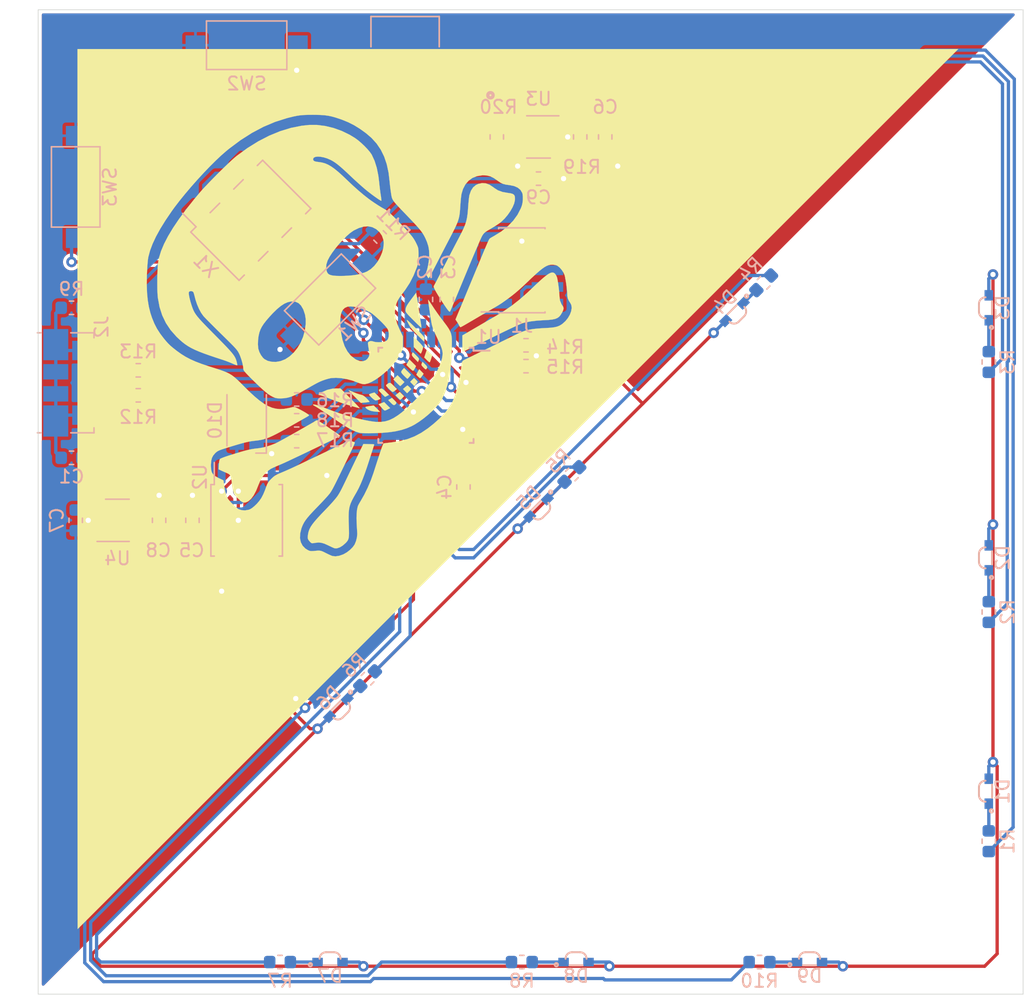
<source format=kicad_pcb>
(kicad_pcb (version 20171130) (host pcbnew "(5.1.4)-1")
  (layers (0 F.Cu signal) (31 B.Cu signal) (34 B.Paste user) (35 F.Paste user) (36 B.SilkS user) (37 F.SilkS user) (38 B.Mask user) (39 F.Mask user) (44 Edge.Cuts user))
  (net 0 "")
  (net 1 GND)
  (net 2 "Net-(C1-Pad1)")
  (net 3 "Net-(C2-Pad1)")
  (net 4 +3V3)
  (net 5 /SPEAKER)
  (net 6 "Net-(C6-Pad1)")
  (net 7 /VBUS)
  (net 8 "Net-(D1-Pad1)")
  (net 9 "Net-(D2-Pad1)")
  (net 10 "Net-(D3-Pad1)")
  (net 11 "Net-(D4-Pad1)")
  (net 12 "Net-(D5-Pad1)")
  (net 13 "Net-(D6-Pad1)")
  (net 14 "Net-(D7-Pad1)")
  (net 15 "Net-(D8-Pad1)")
  (net 16 "Net-(D9-Pad1)")
  (net 17 "Net-(D10-Pad3)")
  (net 18 "Net-(D10-Pad2)")
  (net 19 "Net-(D10-Pad1)")
  (net 20 /~RESET)
  (net 21 /SWCLK)
  (net 22 /SWDIO)
  (net 23 "Net-(J2-Pad3)")
  (net 24 "Net-(J2-Pad2)")
  (net 25 /LEDA)
  (net 26 /LEDB)
  (net 27 /LEDC)
  (net 28 /LEDD)
  (net 29 /LEDE)
  (net 30 /LEDF)
  (net 31 /LEDG)
  (net 32 /LEDH)
  (net 33 /LEDI)
  (net 34 "Net-(R12-Pad1)")
  (net 35 "Net-(R13-Pad1)")
  (net 36 /BUTTON1)
  (net 37 /BUTTON2)
  (net 38 /STATUS_G)
  (net 39 /STATUS_R)
  (net 40 /STATUS_B)
  (net 41 "Net-(R19-Pad2)")
  (net 42 /SPEAKER_SD)
  (net 43 /FLASH_MISO)
  (net 44 /FLASH_CLK)
  (net 45 /FLASH_MOSI)
  (net 46 /FLASH_CS)
  (net 47 /SCL)
  (net 48 /SDA)
  (net 49 "Net-(LS1-Pad2)")
  (net 50 "Net-(LS1-Pad1)")
  (module SMT-1127-S-R:XDCR_SMT-1127-S-R (layer B.Cu) (at 123.19 56.515 180)
    (fp_text reference LS1 hide)
    (fp_text value SMT-1127-S-R hide)
    (pad 2 smd rect (at 4.15 0 90) (size 2.41 2.71) (layers B.Cu B.Paste B.Mask) (net 49 "Net-(LS1-Pad2)"))
    (pad 1 smd rect (at -4.15 0 90) (size 2.41 2.71) (layers B.Cu B.Paste B.Mask) (net 50 "Net-(LS1-Pad1)"))
  )
  (module artwork:danger-inv (layer F.Cu) (at 132.75 87.5)
    (fp_text reference G*** hide)
    (fp_text value LOGO hide)
  )
  (module artwork:danger-mask (layer F.Cu) (at 132.75 87.5)
    (fp_text reference G*** hide)
    (fp_text value LOGO hide)
  )
  (module Capacitor_SMD:C_0603_1608Metric (layer B.Cu) (at 133.35 62.865)
    (fp_text reference C9 (at 0 1.43) (layer B.SilkS) (effects (justify mirror)))
    (fp_text value 1u)
    (pad 2 smd roundrect (at 0.7875 0) (size 0.875 0.95) (layers B.Cu B.Paste B.Mask) (net 1 GND))
    (pad 1 smd roundrect (at -0.7875 0) (size 0.875 0.95) (layers B.Cu B.Paste B.Mask) (net 4 +3V3))
  )
  (module Connector_PinHeader_2.54mm:PinHeader_2x03_P2.54mm_Vertical_SMD (layer B.Cu) (at 111.4425 66.04 315)
    (fp_text reference X1 (at 0 4.87 315) (layer B.SilkS) (effects (justify mirror)))
    (fp_text value Badgelife_sao_connector_v169bis)
    (pad 6 smd rect (at 2.525 -2.54 315) (size 3.15 1) (layers B.Cu B.Paste B.Mask))
    (pad 5 smd rect (at -2.525 -2.54 315) (size 3.15 1) (layers B.Cu B.Paste B.Mask))
    (pad 4 smd rect (at 2.525 0 315) (size 3.15 1) (layers B.Cu B.Paste B.Mask) (net 47 /SCL))
    (pad 3 smd rect (at -2.525 0 315) (size 3.15 1) (layers B.Cu B.Paste B.Mask) (net 48 /SDA))
    (pad 2 smd rect (at 2.525 2.54 315) (size 3.15 1) (layers B.Cu B.Paste B.Mask) (net 1 GND))
    (pad 1 smd rect (at -2.525 2.54 315) (size 3.15 1) (layers B.Cu B.Paste B.Mask) (net 4 +3V3))
  )
  (module Package_TO_SOT_SMD:SOT-23-5 (layer B.Cu) (at 101.2825 88.9)
    (fp_text reference U4 (at 0 2.9) (layer B.SilkS) (effects (justify mirror)))
    (fp_text value MIC5504-3.3YM5)
    (pad 5 smd rect (at 1.1 0.95) (size 1.06 0.65) (layers B.Cu B.Paste B.Mask) (net 4 +3V3))
    (pad 4 smd rect (at 1.1 -0.95) (size 1.06 0.65) (layers B.Cu B.Paste B.Mask))
    (pad 3 smd rect (at -1.1 -0.95) (size 1.06 0.65) (layers B.Cu B.Paste B.Mask) (net 7 /VBUS))
    (pad 2 smd rect (at -1.1 0) (size 1.06 0.65) (layers B.Cu B.Paste B.Mask) (net 1 GND))
    (pad 1 smd rect (at -1.1 0.95) (size 1.06 0.65) (layers B.Cu B.Paste B.Mask) (net 7 /VBUS))
  )
  (module Package_TO_SOT_SMD:SOT-23-6 (layer B.Cu) (at 133.35 59.69 180)
    (fp_text reference U3 (at 0 2.9) (layer B.SilkS) (effects (justify mirror)))
    (fp_text value PAM8301)
    (pad 5 smd rect (at 1.1 0 180) (size 1.06 0.65) (layers B.Cu B.Paste B.Mask) (net 4 +3V3))
    (pad 6 smd rect (at 1.1 0.95 180) (size 1.06 0.65) (layers B.Cu B.Paste B.Mask) (net 50 "Net-(LS1-Pad1)"))
    (pad 4 smd rect (at 1.1 -0.95 180) (size 1.06 0.65) (layers B.Cu B.Paste B.Mask) (net 42 /SPEAKER_SD))
    (pad 3 smd rect (at -1.1 -0.95 180) (size 1.06 0.65) (layers B.Cu B.Paste B.Mask) (net 41 "Net-(R19-Pad2)"))
    (pad 2 smd rect (at -1.1 0 180) (size 1.06 0.65) (layers B.Cu B.Paste B.Mask) (net 1 GND))
    (pad 1 smd rect (at -1.1 0.95 180) (size 1.06 0.65) (layers B.Cu B.Paste B.Mask) (net 49 "Net-(LS1-Pad2)"))
  )
  (module Package_SO:SOIC-8_5.23x5.23mm_P1.27mm (layer B.Cu) (at 111.125 88.9 270)
    (fp_text reference U2 (at -3.302 3.56 90) (layer B.SilkS) (effects (justify mirror)))
    (fp_text value W25Q32JVSS)
    (pad 8 smd roundrect (at 3.6 1.905 270) (size 1.6 0.6) (layers B.Cu B.Paste B.Mask) (net 4 +3V3))
    (pad 7 smd roundrect (at 3.6 0.635 270) (size 1.6 0.6) (layers B.Cu B.Paste B.Mask) (net 4 +3V3))
    (pad 6 smd roundrect (at 3.6 -0.635 270) (size 1.6 0.6) (layers B.Cu B.Paste B.Mask) (net 44 /FLASH_CLK))
    (pad 5 smd roundrect (at 3.6 -1.905 270) (size 1.6 0.6) (layers B.Cu B.Paste B.Mask) (net 45 /FLASH_MOSI))
    (pad 4 smd roundrect (at -3.6 -1.905 270) (size 1.6 0.6) (layers B.Cu B.Paste B.Mask) (net 1 GND))
    (pad 3 smd roundrect (at -3.6 -0.635 270) (size 1.6 0.6) (layers B.Cu B.Paste B.Mask) (net 4 +3V3))
    (pad 2 smd roundrect (at -3.6 0.635 270) (size 1.6 0.6) (layers B.Cu B.Paste B.Mask) (net 43 /FLASH_MISO))
    (pad 1 smd roundrect (at -3.6 1.905 270) (size 1.6 0.6) (layers B.Cu B.Paste B.Mask) (net 46 /FLASH_CS))
  )
  (module Housings_QFP:LQFP-32_7x7mm_Pitch0.8mm (layer B.Cu) (at 124.7775 79.375 180)
    (fp_text reference U1 (at -4.7625 4.445) (layer B.SilkS) (effects (justify mirror)))
    (fp_text value ATSAMD21E1xA)
    (pad 32 smd rect (at -2.8 4.25 90) (size 1.2 0.6) (layers B.Cu B.Paste B.Mask) (net 22 /SWDIO))
    (pad 31 smd rect (at -2 4.25 90) (size 1.2 0.6) (layers B.Cu B.Paste B.Mask) (net 21 /SWCLK))
    (pad 30 smd rect (at -1.2 4.25 90) (size 1.2 0.6) (layers B.Cu B.Paste B.Mask) (net 4 +3V3))
    (pad 29 smd rect (at -0.4 4.25 90) (size 1.2 0.6) (layers B.Cu B.Paste B.Mask) (net 3 "Net-(C2-Pad1)"))
    (pad 28 smd rect (at 0.4 4.25 90) (size 1.2 0.6) (layers B.Cu B.Paste B.Mask) (net 1 GND))
    (pad 27 smd rect (at 1.2 4.25 90) (size 1.2 0.6) (layers B.Cu B.Paste B.Mask) (net 33 /LEDI))
    (pad 26 smd rect (at 2 4.25 90) (size 1.2 0.6) (layers B.Cu B.Paste B.Mask) (net 20 /~RESET))
    (pad 25 smd rect (at 2.8 4.25 90) (size 1.2 0.6) (layers B.Cu B.Paste B.Mask) (net 32 /LEDH))
    (pad 24 smd rect (at 4.25 2.8 180) (size 1.2 0.6) (layers B.Cu B.Paste B.Mask) (net 35 "Net-(R13-Pad1)"))
    (pad 23 smd rect (at 4.25 2 180) (size 1.2 0.6) (layers B.Cu B.Paste B.Mask) (net 34 "Net-(R12-Pad1)"))
    (pad 22 smd rect (at 4.25 1.2 180) (size 1.2 0.6) (layers B.Cu B.Paste B.Mask) (net 38 /STATUS_G))
    (pad 21 smd rect (at 4.25 0.4 180) (size 1.2 0.6) (layers B.Cu B.Paste B.Mask) (net 40 /STATUS_B))
    (pad 20 smd rect (at 4.25 -0.4 180) (size 1.2 0.6) (layers B.Cu B.Paste B.Mask) (net 39 /STATUS_R))
    (pad 19 smd rect (at 4.25 -1.2 180) (size 1.2 0.6) (layers B.Cu B.Paste B.Mask) (net 43 /FLASH_MISO))
    (pad 18 smd rect (at 4.25 -2 180) (size 1.2 0.6) (layers B.Cu B.Paste B.Mask) (net 44 /FLASH_CLK))
    (pad 17 smd rect (at 4.25 -2.8 180) (size 1.2 0.6) (layers B.Cu B.Paste B.Mask) (net 45 /FLASH_MOSI))
    (pad 16 smd rect (at 2.8 -4.25 90) (size 1.2 0.6) (layers B.Cu B.Paste B.Mask) (net 46 /FLASH_CS))
    (pad 15 smd rect (at 2 -4.25 90) (size 1.2 0.6) (layers B.Cu B.Paste B.Mask) (net 31 /LEDG))
    (pad 14 smd rect (at 1.2 -4.25 90) (size 1.2 0.6) (layers B.Cu B.Paste B.Mask) (net 30 /LEDF))
    (pad 13 smd rect (at 0.4 -4.25 90) (size 1.2 0.6) (layers B.Cu B.Paste B.Mask) (net 29 /LEDE))
    (pad 12 smd rect (at -0.4 -4.25 90) (size 1.2 0.6) (layers B.Cu B.Paste B.Mask) (net 28 /LEDD))
    (pad 11 smd rect (at -1.2 -4.25 90) (size 1.2 0.6) (layers B.Cu B.Paste B.Mask) (net 27 /LEDC))
    (pad 10 smd rect (at -2 -4.25 90) (size 1.2 0.6) (layers B.Cu B.Paste B.Mask) (net 1 GND))
    (pad 9 smd rect (at -2.8 -4.25 90) (size 1.2 0.6) (layers B.Cu B.Paste B.Mask) (net 4 +3V3))
    (pad 8 smd rect (at -4.25 -2.8 180) (size 1.2 0.6) (layers B.Cu B.Paste B.Mask) (net 26 /LEDB))
    (pad 7 smd rect (at -4.25 -2 180) (size 1.2 0.6) (layers B.Cu B.Paste B.Mask) (net 25 /LEDA))
    (pad 6 smd rect (at -4.25 -1.2 180) (size 1.2 0.6) (layers B.Cu B.Paste B.Mask) (net 47 /SCL))
    (pad 5 smd rect (at -4.25 -0.4 180) (size 1.2 0.6) (layers B.Cu B.Paste B.Mask) (net 48 /SDA))
    (pad 4 smd rect (at -4.25 0.4 180) (size 1.2 0.6) (layers B.Cu B.Paste B.Mask) (net 42 /SPEAKER_SD))
    (pad 3 smd rect (at -4.25 1.2 180) (size 1.2 0.6) (layers B.Cu B.Paste B.Mask) (net 5 /SPEAKER))
    (pad 2 smd rect (at -4.25 2 180) (size 1.2 0.6) (layers B.Cu B.Paste B.Mask) (net 37 /BUTTON2))
    (pad 1 smd rect (at -4.25 2.8 180) (size 1.2 0.6) (layers B.Cu B.Paste B.Mask) (net 36 /BUTTON1))
  )
  (module Button_Switch_SMD:SW_SPST_CK_RS282G05A3 (layer B.Cu) (at 98.1075 63.5 90)
    (fp_text reference SW3 (at 0 2.6 90) (layer B.SilkS) (effects (justify mirror)))
    (fp_text value SW_Push)
    (pad 2 smd rect (at 3.9 0 90) (size 1.5 1.5) (layers B.Cu B.Paste B.Mask) (net 1 GND))
    (pad 1 smd rect (at -3.9 0 90) (size 1.5 1.5) (layers B.Cu B.Paste B.Mask) (net 37 /BUTTON2))
  )
  (module Button_Switch_SMD:SW_SPST_CK_RS282G05A3 (layer B.Cu) (at 111.125 52.705 180)
    (fp_text reference SW2 (at 0 -2.921) (layer B.SilkS) (effects (justify mirror)))
    (fp_text value SW_Push)
    (pad 2 smd rect (at 3.9 0 180) (size 1.5 1.5) (layers B.Cu B.Paste B.Mask) (net 1 GND))
    (pad 1 smd rect (at -3.9 0 180) (size 1.5 1.5) (layers B.Cu B.Paste B.Mask) (net 36 /BUTTON1))
  )
  (module Button_Switch_SMD:SW_SPST_CK_RS282G05A3 (layer B.Cu) (at 117.475 72.0725 45)
    (fp_text reference SW1 (at 0 2.600001 225) (layer B.SilkS) (effects (justify mirror)))
    (fp_text value SW_Push)
    (pad 2 smd rect (at 3.9 0 45) (size 1.5 1.5) (layers B.Cu B.Paste B.Mask) (net 20 /~RESET))
    (pad 1 smd rect (at -3.9 0 45) (size 1.5 1.5) (layers B.Cu B.Paste B.Mask) (net 1 GND))
  )
  (module Resistor_SMD:R_0603_1608Metric (layer B.Cu) (at 130.175 59.69 90)
    (fp_text reference R20 (at 2.286 0.127 180) (layer B.SilkS) (effects (justify mirror)))
    (fp_text value 10K)
    (pad 2 smd roundrect (at 0.7875 0 90) (size 0.875 0.95) (layers B.Cu B.Paste B.Mask) (net 4 +3V3))
    (pad 1 smd roundrect (at -0.7875 0 90) (size 0.875 0.95) (layers B.Cu B.Paste B.Mask) (net 42 /SPEAKER_SD))
  )
  (module Resistor_SMD:R_0603_1608Metric (layer B.Cu) (at 136.525 59.69 270)
    (fp_text reference R19 (at 2.286 -0.127 180) (layer B.SilkS) (effects (justify mirror)))
    (fp_text value 17K)
    (pad 2 smd roundrect (at 0.7875 0 270) (size 0.875 0.95) (layers B.Cu B.Paste B.Mask) (net 41 "Net-(R19-Pad2)"))
    (pad 1 smd roundrect (at -0.7875 0 270) (size 0.875 0.95) (layers B.Cu B.Paste B.Mask) (net 6 "Net-(C6-Pad1)"))
  )
  (module Resistor_SMD:R_0603_1608Metric (layer B.Cu) (at 114.935 81.28)
    (fp_text reference R18 (at 2.921 0) (layer B.SilkS) (effects (justify mirror)))
    (fp_text value 150)
    (pad 2 smd roundrect (at 0.7875 0) (size 0.875 0.95) (layers B.Cu B.Paste B.Mask) (net 40 /STATUS_B))
    (pad 1 smd roundrect (at -0.7875 0) (size 0.875 0.95) (layers B.Cu B.Paste B.Mask) (net 17 "Net-(D10-Pad3)"))
  )
  (module Resistor_SMD:R_0603_1608Metric (layer B.Cu) (at 114.935 82.8675)
    (fp_text reference R17 (at 2.921 -0.0635) (layer B.SilkS) (effects (justify mirror)))
    (fp_text value 150)
    (pad 2 smd roundrect (at 0.7875 0) (size 0.875 0.95) (layers B.Cu B.Paste B.Mask) (net 39 /STATUS_R))
    (pad 1 smd roundrect (at -0.7875 0) (size 0.875 0.95) (layers B.Cu B.Paste B.Mask) (net 19 "Net-(D10-Pad1)"))
  )
  (module Resistor_SMD:R_0603_1608Metric (layer B.Cu) (at 114.935 79.6925)
    (fp_text reference R16 (at 2.921 0.0635) (layer B.SilkS) (effects (justify mirror)))
    (fp_text value 150)
    (pad 2 smd roundrect (at 0.7875 0) (size 0.875 0.95) (layers B.Cu B.Paste B.Mask) (net 38 /STATUS_G))
    (pad 1 smd roundrect (at -0.7875 0) (size 0.875 0.95) (layers B.Cu B.Paste B.Mask) (net 18 "Net-(D10-Pad2)"))
  )
  (module Resistor_SMD:R_0603_1608Metric (layer B.Cu) (at 132.3975 77.1525 180)
    (fp_text reference R15 (at -2.9845 -0.0635) (layer B.SilkS) (effects (justify mirror)))
    (fp_text value 10K)
    (pad 2 smd roundrect (at 0.7875 0 180) (size 0.875 0.95) (layers B.Cu B.Paste B.Mask) (net 37 /BUTTON2))
    (pad 1 smd roundrect (at -0.7875 0 180) (size 0.875 0.95) (layers B.Cu B.Paste B.Mask) (net 4 +3V3))
  )
  (module Resistor_SMD:R_0603_1608Metric (layer B.Cu) (at 132.3975 75.565 180)
    (fp_text reference R14 (at -2.9845 -0.127) (layer B.SilkS) (effects (justify mirror)))
    (fp_text value 10K)
    (pad 2 smd roundrect (at 0.7875 0 180) (size 0.875 0.95) (layers B.Cu B.Paste B.Mask) (net 36 /BUTTON1))
    (pad 1 smd roundrect (at -0.7875 0 180) (size 0.875 0.95) (layers B.Cu B.Paste B.Mask) (net 4 +3V3))
  )
  (module Resistor_SMD:R_0603_1608Metric (layer B.Cu) (at 102.87 77.47 180)
    (fp_text reference R13 (at 0 1.43) (layer B.SilkS) (effects (justify mirror)))
    (fp_text value 22)
    (pad 2 smd roundrect (at 0.7875 0 180) (size 0.875 0.95) (layers B.Cu B.Paste B.Mask) (net 23 "Net-(J2-Pad3)"))
    (pad 1 smd roundrect (at -0.7875 0 180) (size 0.875 0.95) (layers B.Cu B.Paste B.Mask) (net 35 "Net-(R13-Pad1)"))
  )
  (module Resistor_SMD:R_0603_1608Metric (layer B.Cu) (at 102.87 79.375 180)
    (fp_text reference R12 (at 0 -1.651) (layer B.SilkS) (effects (justify mirror)))
    (fp_text value 22)
    (pad 2 smd roundrect (at 0.7875 0 180) (size 0.875 0.95) (layers B.Cu B.Paste B.Mask) (net 24 "Net-(J2-Pad2)"))
    (pad 1 smd roundrect (at -0.7875 0 180) (size 0.875 0.95) (layers B.Cu B.Paste B.Mask) (net 34 "Net-(R12-Pad1)"))
  )
  (module Resistor_SMD:R_0603_1608Metric (layer B.Cu) (at 121.285 67.31 135)
    (fp_text reference R11 (at 0 1.43 135) (layer B.SilkS) (effects (justify mirror)))
    (fp_text value 10K)
    (pad 2 smd roundrect (at 0.7875 0 135) (size 0.875 0.95) (layers B.Cu B.Paste B.Mask) (net 4 +3V3))
    (pad 1 smd roundrect (at -0.7875 0 135) (size 0.875 0.95) (layers B.Cu B.Paste B.Mask) (net 20 /~RESET))
  )
  (module Resistor_SMD:R_0603_1608Metric (layer B.Cu) (at 150.1775 122.555)
    (fp_text reference R10 (at 0 1.43) (layer B.SilkS) (effects (justify mirror)))
    (fp_text value 150)
    (pad 2 smd roundrect (at 0.7875 0) (size 0.875 0.95) (layers B.Cu B.Paste B.Mask) (net 16 "Net-(D9-Pad1)"))
    (pad 1 smd roundrect (at -0.7875 0) (size 0.875 0.95) (layers B.Cu B.Paste B.Mask) (net 33 /LEDI))
  )
  (module Resistor_SMD:R_0603_1608Metric (layer B.Cu) (at 97.79 72.7075 180)
    (fp_text reference R9 (at 0 1.43) (layer B.SilkS) (effects (justify mirror)))
    (fp_text value 1M)
    (pad 2 smd roundrect (at 0.7875 0 180) (size 0.875 0.95) (layers B.Cu B.Paste B.Mask) (net 2 "Net-(C1-Pad1)"))
    (pad 1 smd roundrect (at -0.7875 0 180) (size 0.875 0.95) (layers B.Cu B.Paste B.Mask) (net 1 GND))
  )
  (module Resistor_SMD:R_0603_1608Metric (layer B.Cu) (at 132.08 122.555)
    (fp_text reference R8 (at 0 1.43) (layer B.SilkS) (effects (justify mirror)))
    (fp_text value 150)
    (pad 2 smd roundrect (at 0.7875 0) (size 0.875 0.95) (layers B.Cu B.Paste B.Mask) (net 15 "Net-(D8-Pad1)"))
    (pad 1 smd roundrect (at -0.7875 0) (size 0.875 0.95) (layers B.Cu B.Paste B.Mask) (net 32 /LEDH))
  )
  (module Resistor_SMD:R_0603_1608Metric (layer B.Cu) (at 113.665 122.555)
    (fp_text reference R7 (at 0 1.43) (layer B.SilkS) (effects (justify mirror)))
    (fp_text value 150)
    (pad 2 smd roundrect (at 0.7875 0) (size 0.875 0.95) (layers B.Cu B.Paste B.Mask) (net 14 "Net-(D7-Pad1)"))
    (pad 1 smd roundrect (at -0.7875 0) (size 0.875 0.95) (layers B.Cu B.Paste B.Mask) (net 31 /LEDG))
  )
  (module Resistor_SMD:R_0603_1608Metric (layer B.Cu) (at 120.3325 100.965 225)
    (fp_text reference R6 (at 0 1.43 225) (layer B.SilkS) (effects (justify mirror)))
    (fp_text value 150)
    (pad 2 smd roundrect (at 0.7875 0 225) (size 0.875 0.95) (layers B.Cu B.Paste B.Mask) (net 13 "Net-(D6-Pad1)"))
    (pad 1 smd roundrect (at -0.7875 0 225) (size 0.875 0.95) (layers B.Cu B.Paste B.Mask) (net 30 /LEDF))
  )
  (module Resistor_SMD:R_0603_1608Metric (layer B.Cu) (at 135.89 85.4075 225)
    (fp_text reference R5 (at 0 1.43 45) (layer B.SilkS) (effects (justify mirror)))
    (fp_text value 150)
    (pad 2 smd roundrect (at 0.7875 0 225) (size 0.875 0.95) (layers B.Cu B.Paste B.Mask) (net 12 "Net-(D5-Pad1)"))
    (pad 1 smd roundrect (at -0.7875 0 225) (size 0.875 0.95) (layers B.Cu B.Paste B.Mask) (net 29 /LEDE))
  )
  (module Resistor_SMD:R_0603_1608Metric (layer B.Cu) (at 150.495 70.8025 225)
    (fp_text reference R4 (at 0 1.43 45) (layer B.SilkS) (effects (justify mirror)))
    (fp_text value 150)
    (pad 2 smd roundrect (at 0.7875 0 225) (size 0.875 0.95) (layers B.Cu B.Paste B.Mask) (net 11 "Net-(D4-Pad1)"))
    (pad 1 smd roundrect (at -0.7875 0 225) (size 0.875 0.95) (layers B.Cu B.Paste B.Mask) (net 28 /LEDD))
  )
  (module Resistor_SMD:R_0603_1608Metric (layer B.Cu) (at 167.64 76.835 90)
    (fp_text reference R3 (at 0 1.43 90) (layer B.SilkS) (effects (justify mirror)))
    (fp_text value 150)
    (pad 2 smd roundrect (at 0.7875 0 90) (size 0.875 0.95) (layers B.Cu B.Paste B.Mask) (net 10 "Net-(D3-Pad1)"))
    (pad 1 smd roundrect (at -0.7875 0 90) (size 0.875 0.95) (layers B.Cu B.Paste B.Mask) (net 27 /LEDC))
  )
  (module Resistor_SMD:R_0603_1608Metric (layer B.Cu) (at 167.64 95.885 90)
    (fp_text reference R2 (at 0 1.43 90) (layer B.SilkS) (effects (justify mirror)))
    (fp_text value 150)
    (pad 2 smd roundrect (at 0.7875 0 90) (size 0.875 0.95) (layers B.Cu B.Paste B.Mask) (net 9 "Net-(D2-Pad1)"))
    (pad 1 smd roundrect (at -0.7875 0 90) (size 0.875 0.95) (layers B.Cu B.Paste B.Mask) (net 26 /LEDB))
  )
  (module Resistor_SMD:R_0603_1608Metric (layer B.Cu) (at 167.64 113.3475 90)
    (fp_text reference R1 (at 0 1.43 90) (layer B.SilkS) (effects (justify mirror)))
    (fp_text value 150)
    (pad 2 smd roundrect (at 0.7875 0 90) (size 0.875 0.95) (layers B.Cu B.Paste B.Mask) (net 8 "Net-(D1-Pad1)"))
    (pad 1 smd roundrect (at -0.7875 0 90) (size 0.875 0.95) (layers B.Cu B.Paste B.Mask) (net 25 /LEDA))
  )
  (module Connector_USB:USB_Micro-B_Molex_47346-0001 (layer B.Cu) (at 97.79 78.4225 90)
    (fp_text reference J2 (at 4.2545 2.286 90) (layer B.SilkS) (effects (justify mirror)))
    (fp_text value USB_B_Micro)
    (pad 6 smd rect (at 0.84 -1.2 90) (size 1.175 1.9) (layers B.Cu B.Paste B.Mask) (net 2 "Net-(C1-Pad1)"))
    (pad 6 smd rect (at -0.84 -1.2 90) (size 1.175 1.9) (layers B.Cu B.Paste B.Mask) (net 2 "Net-(C1-Pad1)"))
    (pad 6 smd rect (at 2.91 -1.2 90) (size 2.375 1.9) (layers B.Cu B.Paste B.Mask) (net 2 "Net-(C1-Pad1)"))
    (pad 6 smd rect (at -2.91 -1.2 90) (size 2.375 1.9) (layers B.Cu B.Paste B.Mask) (net 2 "Net-(C1-Pad1)"))
    (pad 6 smd rect (at 2.4625 1.1 90) (size 1.475 2.1) (layers B.Cu B.Paste B.Mask) (net 2 "Net-(C1-Pad1)"))
    (pad 6 smd rect (at -2.4625 1.1 90) (size 1.475 2.1) (layers B.Cu B.Paste B.Mask) (net 2 "Net-(C1-Pad1)"))
    (pad 5 smd rect (at 1.3 1.46 90) (size 0.45 1.38) (layers B.Cu B.Paste B.Mask) (net 1 GND))
    (pad 4 smd rect (at 0.65 1.46 90) (size 0.45 1.38) (layers B.Cu B.Paste B.Mask))
    (pad 3 smd rect (at 0 1.46 90) (size 0.45 1.38) (layers B.Cu B.Paste B.Mask) (net 23 "Net-(J2-Pad3)"))
    (pad 2 smd rect (at -0.65 1.46 90) (size 0.45 1.38) (layers B.Cu B.Paste B.Mask) (net 24 "Net-(J2-Pad2)"))
    (pad 1 smd rect (at -1.3 1.46 90) (size 0.45 1.38) (layers B.Cu B.Paste B.Mask) (net 7 /VBUS))
  )
  (module Connector_PinHeader_1.27mm:PinHeader_2x05_P1.27mm_Vertical_SMD (layer B.Cu) (at 132.08 69.85)
    (fp_text reference J1 (at 0 4.235) (layer B.SilkS) (effects (justify mirror)))
    (fp_text value Conn_ARM_JTAG_SWD_10)
    (pad 10 smd rect (at 1.95 -2.54) (size 2.4 0.74) (layers B.Cu B.Paste B.Mask) (net 20 /~RESET))
    (pad 9 smd rect (at -1.95 -2.54) (size 2.4 0.74) (layers B.Cu B.Paste B.Mask) (net 1 GND))
    (pad 8 smd rect (at 1.95 -1.27) (size 2.4 0.74) (layers B.Cu B.Paste B.Mask))
    (pad 7 smd rect (at -1.95 -1.27) (size 2.4 0.74) (layers B.Cu B.Paste B.Mask))
    (pad 6 smd rect (at 1.95 0) (size 2.4 0.74) (layers B.Cu B.Paste B.Mask))
    (pad 5 smd rect (at -1.95 0) (size 2.4 0.74) (layers B.Cu B.Paste B.Mask) (net 1 GND))
    (pad 4 smd rect (at 1.95 1.27) (size 2.4 0.74) (layers B.Cu B.Paste B.Mask) (net 21 /SWCLK))
    (pad 3 smd rect (at -1.95 1.27) (size 2.4 0.74) (layers B.Cu B.Paste B.Mask) (net 1 GND))
    (pad 2 smd rect (at 1.95 2.54) (size 2.4 0.74) (layers B.Cu B.Paste B.Mask) (net 22 /SWDIO))
    (pad 1 smd rect (at -1.95 2.54) (size 2.4 0.74) (layers B.Cu B.Paste B.Mask) (net 4 +3V3))
  )
  (module LED_SMD:LED_Avago_PLCC4_3.2x2.8mm_CW (layer B.Cu) (at 111.125 81.28 90)
    (fp_text reference D10 (at 0 -2.413 90) (layer B.SilkS) (effects (justify mirror)))
    (fp_text value LED_RGBA)
    (pad 4 smd rect (at -1.5 -0.75 90) (size 1.5 1.1) (layers B.Cu B.Paste B.Mask) (net 4 +3V3))
    (pad 3 smd rect (at 1.5 -0.75 90) (size 1.5 1.1) (layers B.Cu B.Paste B.Mask) (net 17 "Net-(D10-Pad3)"))
    (pad 2 smd rect (at 1.5 0.75 90) (size 1.5 1.1) (layers B.Cu B.Paste B.Mask) (net 18 "Net-(D10-Pad2)"))
    (pad 1 smd rect (at -1.5 0.75 90) (size 1.5 1.1) (layers B.Cu B.Paste B.Mask) (net 19 "Net-(D10-Pad1)"))
  )
  (module side_led:LED_0802_SideEmitting (layer B.Cu) (at 153.9875 122.555 180)
    (fp_text reference D9 (at 0 -1.05) (layer B.SilkS) (effects (justify mirror)))
    (fp_text value LED)
    (pad 2 smd rect (at -0.95 0 180) (size 0.8 0.65) (layers B.Cu B.Paste B.Mask) (net 4 +3V3))
    (pad 1 smd rect (at 0.95 0 180) (size 0.8 0.65) (layers B.Cu B.Paste B.Mask) (net 16 "Net-(D9-Pad1)"))
  )
  (module side_led:LED_0802_SideEmitting (layer B.Cu) (at 136.2075 122.555 180)
    (fp_text reference D8 (at 0 -1.05) (layer B.SilkS) (effects (justify mirror)))
    (fp_text value LED)
    (pad 2 smd rect (at -0.95 0 180) (size 0.8 0.65) (layers B.Cu B.Paste B.Mask) (net 4 +3V3))
    (pad 1 smd rect (at 0.95 0 180) (size 0.8 0.65) (layers B.Cu B.Paste B.Mask) (net 15 "Net-(D8-Pad1)"))
  )
  (module side_led:LED_0802_SideEmitting (layer B.Cu) (at 117.475 122.555 180)
    (fp_text reference D7 (at 0 -1.05) (layer B.SilkS) (effects (justify mirror)))
    (fp_text value LED)
    (pad 2 smd rect (at -0.95 0 180) (size 0.8 0.65) (layers B.Cu B.Paste B.Mask) (net 4 +3V3))
    (pad 1 smd rect (at 0.95 0 180) (size 0.8 0.65) (layers B.Cu B.Paste B.Mask) (net 14 "Net-(D7-Pad1)"))
  )
  (module side_led:LED_0802_SideEmitting (layer B.Cu) (at 118.11 103.1875 45)
    (fp_text reference D6 (at 0 -1.05 45) (layer B.SilkS) (effects (justify mirror)))
    (fp_text value LED)
    (pad 2 smd rect (at -0.95 0 45) (size 0.8 0.65) (layers B.Cu B.Paste B.Mask) (net 4 +3V3))
    (pad 1 smd rect (at 0.95 0 45) (size 0.8 0.65) (layers B.Cu B.Paste B.Mask) (net 13 "Net-(D6-Pad1)"))
  )
  (module side_led:LED_0802_SideEmitting (layer B.Cu) (at 133.35 87.9475 45)
    (fp_text reference D5 (at 0 -1.05 45) (layer B.SilkS) (effects (justify mirror)))
    (fp_text value LED)
    (pad 2 smd rect (at -0.95 0 45) (size 0.8 0.65) (layers B.Cu B.Paste B.Mask) (net 4 +3V3))
    (pad 1 smd rect (at 0.95 0 45) (size 0.8 0.65) (layers B.Cu B.Paste B.Mask) (net 12 "Net-(D5-Pad1)"))
  )
  (module side_led:LED_0802_SideEmitting (layer B.Cu) (at 148.2725 73.025 45)
    (fp_text reference D4 (at 0 -1.05 45) (layer B.SilkS) (effects (justify mirror)))
    (fp_text value LED)
    (pad 2 smd rect (at -0.95 0 45) (size 0.8 0.65) (layers B.Cu B.Paste B.Mask) (net 4 +3V3))
    (pad 1 smd rect (at 0.95 0 45) (size 0.8 0.65) (layers B.Cu B.Paste B.Mask) (net 11 "Net-(D4-Pad1)"))
  )
  (module side_led:LED_0802_SideEmitting (layer B.Cu) (at 167.64 72.7075 270)
    (fp_text reference D3 (at 0 -1.05 90) (layer B.SilkS) (effects (justify mirror)))
    (fp_text value LED)
    (pad 2 smd rect (at -0.95 0 270) (size 0.8 0.65) (layers B.Cu B.Paste B.Mask) (net 4 +3V3))
    (pad 1 smd rect (at 0.95 0 270) (size 0.8 0.65) (layers B.Cu B.Paste B.Mask) (net 10 "Net-(D3-Pad1)"))
  )
  (module side_led:LED_0802_SideEmitting (layer B.Cu) (at 167.64 91.7575 270)
    (fp_text reference D2 (at 0 -1.05 90) (layer B.SilkS) (effects (justify mirror)))
    (fp_text value LED)
    (pad 2 smd rect (at -0.95 0 270) (size 0.8 0.65) (layers B.Cu B.Paste B.Mask) (net 4 +3V3))
    (pad 1 smd rect (at 0.95 0 270) (size 0.8 0.65) (layers B.Cu B.Paste B.Mask) (net 9 "Net-(D2-Pad1)"))
  )
  (module side_led:LED_0802_SideEmitting (layer B.Cu) (at 167.64 109.5375 270)
    (fp_text reference D1 (at 0 -1.05 90) (layer B.SilkS) (effects (justify mirror)))
    (fp_text value LED)
    (pad 2 smd rect (at -0.95 0 270) (size 0.8 0.65) (layers B.Cu B.Paste B.Mask) (net 4 +3V3))
    (pad 1 smd rect (at 0.95 0 270) (size 0.8 0.65) (layers B.Cu B.Paste B.Mask) (net 8 "Net-(D1-Pad1)"))
  )
  (module Capacitor_SMD:C_0603_1608Metric (layer B.Cu) (at 104.4575 88.9 90)
    (fp_text reference C8 (at -2.286 -0.0635 180) (layer B.SilkS) (effects (justify mirror)))
    (fp_text value 1u)
    (pad 2 smd roundrect (at 0.7875 0 90) (size 0.875 0.95) (layers B.Cu B.Paste B.Mask) (net 1 GND))
    (pad 1 smd roundrect (at -0.7875 0 90) (size 0.875 0.95) (layers B.Cu B.Paste B.Mask) (net 4 +3V3))
  )
  (module Capacitor_SMD:C_0603_1608Metric (layer B.Cu) (at 98.1075 88.9 270)
    (fp_text reference C7 (at 0 1.43 90) (layer B.SilkS) (effects (justify mirror)))
    (fp_text value 1u)
    (pad 2 smd roundrect (at 0.7875 0 270) (size 0.875 0.95) (layers B.Cu B.Paste B.Mask) (net 1 GND))
    (pad 1 smd roundrect (at -0.7875 0 270) (size 0.875 0.95) (layers B.Cu B.Paste B.Mask) (net 7 /VBUS))
  )
  (module Capacitor_SMD:C_0603_1608Metric (layer B.Cu) (at 138.43 59.69 270)
    (fp_text reference C6 (at -2.286 0 180) (layer B.SilkS) (effects (justify mirror)))
    (fp_text value 100n)
    (pad 2 smd roundrect (at 0.7875 0 270) (size 0.875 0.95) (layers B.Cu B.Paste B.Mask) (net 5 /SPEAKER))
    (pad 1 smd roundrect (at -0.7875 0 270) (size 0.875 0.95) (layers B.Cu B.Paste B.Mask) (net 6 "Net-(C6-Pad1)"))
  )
  (module Capacitor_SMD:C_0603_1608Metric (layer B.Cu) (at 106.9975 88.9 90)
    (fp_text reference C5 (at -2.286 -0.0635 180) (layer B.SilkS) (effects (justify mirror)))
    (fp_text value 100n)
    (pad 2 smd roundrect (at 0.7875 0 90) (size 0.875 0.95) (layers B.Cu B.Paste B.Mask) (net 1 GND))
    (pad 1 smd roundrect (at -0.7875 0 90) (size 0.875 0.95) (layers B.Cu B.Paste B.Mask) (net 4 +3V3))
  )
  (module Capacitor_SMD:C_0603_1608Metric (layer B.Cu) (at 127.635 86.36 270)
    (fp_text reference C4 (at 0 1.43 90) (layer B.SilkS) (effects (justify mirror)))
    (fp_text value 1u)
    (pad 2 smd roundrect (at 0.7875 0 270) (size 0.875 0.95) (layers B.Cu B.Paste B.Mask) (net 1 GND))
    (pad 1 smd roundrect (at -0.7875 0 270) (size 0.875 0.95) (layers B.Cu B.Paste B.Mask) (net 4 +3V3))
  )
  (module Capacitor_SMD:C_0603_1608Metric (layer B.Cu) (at 126.365 72.0725 90)
    (fp_text reference C3 (at 2.4765 0.127 90) (layer B.SilkS) (effects (justify mirror)))
    (fp_text value 100n)
    (pad 2 smd roundrect (at 0.7875 0 90) (size 0.875 0.95) (layers B.Cu B.Paste B.Mask) (net 1 GND))
    (pad 1 smd roundrect (at -0.7875 0 90) (size 0.875 0.95) (layers B.Cu B.Paste B.Mask) (net 4 +3V3))
  )
  (module Capacitor_SMD:C_0603_1608Metric (layer B.Cu) (at 124.7775 72.0725 90)
    (fp_text reference C2 (at 2.4765 -0.0635 90) (layer B.SilkS) (effects (justify mirror)))
    (fp_text value 1u)
    (pad 2 smd roundrect (at 0.7875 0 90) (size 0.875 0.95) (layers B.Cu B.Paste B.Mask) (net 1 GND))
    (pad 1 smd roundrect (at -0.7875 0 90) (size 0.875 0.95) (layers B.Cu B.Paste B.Mask) (net 3 "Net-(C2-Pad1)"))
  )
  (module Capacitor_SMD:C_0603_1608Metric (layer B.Cu) (at 97.79 84.1375)
    (fp_text reference C1 (at 0 1.43) (layer B.SilkS) (effects (justify mirror)))
    (fp_text value 100n)
    (pad 2 smd roundrect (at 0.7875 0) (size 0.875 0.95) (layers B.Cu B.Paste B.Mask) (net 1 GND))
    (pad 1 smd roundrect (at -0.7875 0) (size 0.875 0.95) (layers B.Cu B.Paste B.Mask) (net 2 "Net-(C1-Pad1)"))
  )
  (gr_line (start 170.25 50) (end 95.25 50) (layer Edge.Cuts) (width 0.05))
  (gr_line (start 170.25 125) (end 170.25 50) (layer Edge.Cuts) (width 0.05))
  (gr_line (start 95.25 125) (end 170.25 125) (layer Edge.Cuts) (width 0.05))
  (gr_line (start 95.25 50) (end 95.25 125) (layer Edge.Cuts) (width 0.05))
  (via (at 104.4575 86.995) (size 0.8) (drill 0.4) (layers F.Cu B.Cu) (net 1))
  (segment (start 104.4575 88.1125) (end 104.4575 86.995) (width 0.25) (layer B.Cu) (net 1))
  (via (at 106.9975 86.995) (size 0.8) (drill 0.4) (layers F.Cu B.Cu) (net 1))
  (segment (start 106.9975 88.1125) (end 106.9975 86.995) (width 0.25) (layer B.Cu) (net 1))
  (via (at 99.06 88.9) (size 0.8) (drill 0.4) (layers F.Cu B.Cu) (net 1))
  (segment (start 100.1825 88.9) (end 99.06 88.9) (width 0.25) (layer B.Cu) (net 1))
  (via (at 113.03 83.82) (size 0.8) (drill 0.4) (layers F.Cu B.Cu) (net 1))
  (segment (start 113.03 85.3) (end 113.03 83.82) (width 0.25) (layer B.Cu) (net 1))
  (via (at 135.255 62.865) (size 0.8) (drill 0.4) (layers F.Cu B.Cu) (net 1))
  (segment (start 134.1375 62.865) (end 135.255 62.865) (width 0.25) (layer B.Cu) (net 1))
  (via (at 113.665 75.8825) (size 0.8) (drill 0.4) (layers F.Cu B.Cu) (net 1))
  (segment (start 114.717284 74.830216) (end 113.665 75.8825) (width 0.25) (layer B.Cu) (net 1))
  (via (at 135.5725 59.69) (size 0.8) (drill 0.4) (layers F.Cu B.Cu) (net 1))
  (segment (start 134.45 59.69) (end 135.5725 59.69) (width 0.25) (layer B.Cu) (net 1))
  (via (at 132.08 67.6275) (size 0.8) (drill 0.4) (layers F.Cu B.Cu) (net 1))
  (segment (start 130.13 67.31) (end 131.7625 67.31) (width 0.25) (layer B.Cu) (net 1))
  (segment (start 131.7625 67.31) (end 132.08 67.6275) (width 0.25) (layer B.Cu) (net 1))
  (segment (start 97.0375 75.96) (end 96.59 75.5125) (width 0.25) (layer B.Cu) (net 2))
  (segment (start 98.89 75.96) (end 97.0375 75.96) (width 0.25) (layer B.Cu) (net 2))
  (segment (start 96.59 73.12) (end 97.0025 72.7075) (width 0.25) (layer B.Cu) (net 2))
  (segment (start 96.59 75.5125) (end 96.59 73.12) (width 0.25) (layer B.Cu) (net 2))
  (segment (start 96.59 77.5825) (end 96.59 75.5125) (width 0.25) (layer B.Cu) (net 2))
  (segment (start 96.59 79.2625) (end 96.59 77.5825) (width 0.25) (layer B.Cu) (net 2))
  (segment (start 96.59 83.725) (end 97.0025 84.1375) (width 0.25) (layer B.Cu) (net 2))
  (segment (start 96.59 81.3325) (end 96.59 83.725) (width 0.25) (layer B.Cu) (net 2))
  (segment (start 96.59 79.2625) (end 96.59 81.3325) (width 0.25) (layer B.Cu) (net 2))
  (segment (start 97.0375 80.885) (end 96.59 81.3325) (width 0.25) (layer B.Cu) (net 2))
  (segment (start 98.89 80.885) (end 97.0375 80.885) (width 0.25) (layer B.Cu) (net 2))
  (segment (start 125.1775 73.26) (end 124.7775 72.86) (width 0.25) (layer B.Cu) (net 3))
  (segment (start 125.1775 75.125) (end 125.1775 73.26) (width 0.25) (layer B.Cu) (net 3))
  (segment (start 111.76 84.4) (end 111.76 85.3) (width 0.25) (layer B.Cu) (net 4))
  (segment (start 111.4975 84.1375) (end 111.76 84.4) (width 0.25) (layer B.Cu) (net 4))
  (segment (start 110.7325 84.1375) (end 111.4975 84.1375) (width 0.25) (layer B.Cu) (net 4))
  (segment (start 110.375 83.78) (end 110.7325 84.1375) (width 0.25) (layer B.Cu) (net 4))
  (segment (start 110.375 82.78) (end 110.375 83.78) (width 0.25) (layer B.Cu) (net 4))
  (segment (start 110.49 90.4875) (end 110.49 92.5) (width 0.25) (layer B.Cu) (net 4))
  (segment (start 109.69 89.6875) (end 110.49 90.4875) (width 0.25) (layer B.Cu) (net 4))
  (segment (start 109.22 89.8525) (end 109.055 89.6875) (width 0.25) (layer B.Cu) (net 4))
  (segment (start 109.22 92.5) (end 109.22 89.8525) (width 0.25) (layer B.Cu) (net 4))
  (segment (start 106.9975 89.6875) (end 109.055 89.6875) (width 0.25) (layer B.Cu) (net 4))
  (segment (start 110.700503 87.539999) (end 109.945001 87.539999) (width 0.25) (layer B.Cu) (net 4))
  (segment (start 111.76 85.3) (end 111.76 86.480502) (width 0.25) (layer B.Cu) (net 4))
  (segment (start 111.76 86.480502) (end 110.700503 87.539999) (width 0.25) (layer B.Cu) (net 4))
  (segment (start 109.3725 88.1125) (end 109.3725 89.6875) (width 0.25) (layer B.Cu) (net 4))
  (segment (start 109.945001 87.539999) (end 109.3725 88.1125) (width 0.25) (layer B.Cu) (net 4))
  (segment (start 109.055 89.6875) (end 109.3725 89.6875) (width 0.25) (layer B.Cu) (net 4))
  (segment (start 109.3725 89.6875) (end 109.69 89.6875) (width 0.25) (layer B.Cu) (net 4))
  (segment (start 125.9775 73.2475) (end 126.365 72.86) (width 0.25) (layer B.Cu) (net 4))
  (segment (start 125.9775 75.125) (end 125.9775 73.2475) (width 0.25) (layer B.Cu) (net 4))
  (segment (start 127.5775 85.515) (end 127.635 85.5725) (width 0.25) (layer B.Cu) (net 4))
  (segment (start 127.5775 83.625) (end 127.5775 85.515) (width 0.25) (layer B.Cu) (net 4))
  (segment (start 106.4225 89.6875) (end 104.4575 89.6875) (width 0.25) (layer B.Cu) (net 4))
  (segment (start 106.9975 89.6875) (end 106.4225 89.6875) (width 0.25) (layer B.Cu) (net 4))
  (segment (start 104.295 89.85) (end 104.4575 89.6875) (width 0.25) (layer B.Cu) (net 4))
  (segment (start 130.75 58.9025) (end 130.175 58.9025) (width 0.25) (layer B.Cu) (net 4))
  (segment (start 130.81 58.9625) (end 130.75 58.9025) (width 0.25) (layer B.Cu) (net 4))
  (segment (start 130.81 59.055) (end 130.81 58.9625) (width 0.25) (layer B.Cu) (net 4))
  (segment (start 131.445 59.69) (end 130.81 59.055) (width 0.25) (layer B.Cu) (net 4))
  (segment (start 132.25 59.69) (end 131.445 59.69) (width 0.25) (layer B.Cu) (net 4))
  (segment (start 132.5625 62.065) (end 132.5625 62.865) (width 0.25) (layer B.Cu) (net 4))
  (segment (start 133.35 61.2775) (end 132.5625 62.065) (width 0.25) (layer B.Cu) (net 4))
  (segment (start 133.35 60.0075) (end 133.35 61.2775) (width 0.25) (layer B.Cu) (net 4))
  (segment (start 132.25 59.69) (end 133.0325 59.69) (width 0.25) (layer B.Cu) (net 4))
  (segment (start 133.0325 59.69) (end 133.35 60.0075) (width 0.25) (layer B.Cu) (net 4))
  (segment (start 128.68 72.39) (end 130.13 72.39) (width 0.25) (layer B.Cu) (net 4))
  (segment (start 127.41 72.39) (end 128.68 72.39) (width 0.25) (layer B.Cu) (net 4))
  (segment (start 126.94 72.86) (end 127.41 72.39) (width 0.25) (layer B.Cu) (net 4))
  (segment (start 126.365 72.86) (end 126.94 72.86) (width 0.25) (layer B.Cu) (net 4))
  (via (at 167.9575 70.1675) (size 0.8) (drill 0.4) (layers F.Cu B.Cu) (net 4))
  (segment (start 167.64 70.485) (end 167.9575 70.1675) (width 0.25) (layer B.Cu) (net 4))
  (segment (start 167.64 71.7575) (end 167.64 70.485) (width 0.25) (layer B.Cu) (net 4))
  (via (at 167.957496 89.2175) (size 0.8) (drill 0.4) (layers F.Cu B.Cu) (net 4))
  (segment (start 167.9575 70.1675) (end 167.9575 89.217496) (width 0.25) (layer F.Cu) (net 4))
  (segment (start 167.9575 89.217496) (end 167.957496 89.2175) (width 0.25) (layer F.Cu) (net 4))
  (segment (start 167.64 89.534996) (end 167.957496 89.2175) (width 0.25) (layer B.Cu) (net 4))
  (segment (start 167.64 90.8075) (end 167.64 89.534996) (width 0.25) (layer B.Cu) (net 4))
  (via (at 167.9575 107.31501) (size 0.8) (drill 0.4) (layers F.Cu B.Cu) (net 4))
  (segment (start 167.64 107.63251) (end 167.9575 107.31501) (width 0.25) (layer B.Cu) (net 4))
  (segment (start 167.957496 107.315006) (end 167.9575 107.31501) (width 0.25) (layer F.Cu) (net 4))
  (segment (start 167.64 108.5875) (end 167.64 107.63251) (width 0.25) (layer B.Cu) (net 4))
  (segment (start 167.957496 89.2175) (end 167.957496 107.315006) (width 0.25) (layer F.Cu) (net 4))
  (via (at 156.5275 122.872506) (size 0.8) (drill 0.4) (layers F.Cu B.Cu) (net 4))
  (segment (start 156.209994 122.555) (end 156.5275 122.872506) (width 0.25) (layer B.Cu) (net 4))
  (segment (start 154.9375 122.555) (end 156.209994 122.555) (width 0.25) (layer B.Cu) (net 4))
  (segment (start 167.322494 122.872506) (end 156.5275 122.872506) (width 0.25) (layer F.Cu) (net 4))
  (segment (start 168.275 121.92) (end 167.322494 122.872506) (width 0.25) (layer F.Cu) (net 4))
  (segment (start 167.9575 107.31501) (end 168.275 107.63251) (width 0.25) (layer F.Cu) (net 4))
  (segment (start 168.275 107.63251) (end 168.275 121.92) (width 0.25) (layer F.Cu) (net 4))
  (via (at 138.7475 122.872498) (size 0.8) (drill 0.4) (layers F.Cu B.Cu) (net 4))
  (segment (start 156.5275 122.872506) (end 138.747508 122.872506) (width 0.25) (layer F.Cu) (net 4))
  (segment (start 138.747508 122.872506) (end 138.7475 122.872498) (width 0.25) (layer F.Cu) (net 4))
  (segment (start 138.7475 122.555) (end 138.7475 122.872498) (width 0.25) (layer B.Cu) (net 4))
  (segment (start 137.1575 122.555) (end 138.7475 122.555) (width 0.25) (layer B.Cu) (net 4))
  (via (at 120.014998 122.8725) (size 0.8) (drill 0.4) (layers F.Cu B.Cu) (net 4))
  (segment (start 119.697498 122.555) (end 120.014998 122.8725) (width 0.25) (layer B.Cu) (net 4))
  (segment (start 120.015 122.872498) (end 120.014998 122.8725) (width 0.25) (layer F.Cu) (net 4))
  (segment (start 138.7475 122.872498) (end 120.015 122.872498) (width 0.25) (layer F.Cu) (net 4))
  (segment (start 118.425 122.555) (end 119.697498 122.555) (width 0.25) (layer B.Cu) (net 4))
  (via (at 146.685 74.6125) (size 0.8) (drill 0.4) (layers F.Cu B.Cu) (net 4))
  (segment (start 147.600749 73.696751) (end 146.685 74.6125) (width 0.25) (layer B.Cu) (net 4))
  (via (at 131.7625 89.535) (size 0.8) (drill 0.4) (layers F.Cu B.Cu) (net 4))
  (segment (start 131.7625 89.535) (end 132.678249 88.619251) (width 0.25) (layer B.Cu) (net 4))
  (via (at 116.5225 104.775) (size 0.8) (drill 0.4) (layers F.Cu B.Cu) (net 4))
  (segment (start 131.7625 89.535) (end 116.5225 104.775) (width 0.25) (layer F.Cu) (net 4))
  (segment (start 116.5225 104.775) (end 117.438249 103.859251) (width 0.25) (layer B.Cu) (net 4))
  (segment (start 103.5025 87.629998) (end 103.5025 89.85) (width 0.25) (layer B.Cu) (net 4))
  (segment (start 102.89499 87.022488) (end 103.5025 87.629998) (width 0.25) (layer B.Cu) (net 4))
  (segment (start 102.89499 71.016621) (end 102.89499 87.022488) (width 0.25) (layer B.Cu) (net 4))
  (segment (start 107.861004 66.050607) (end 102.89499 71.016621) (width 0.25) (layer B.Cu) (net 4))
  (segment (start 102.3825 89.85) (end 103.5025 89.85) (width 0.25) (layer B.Cu) (net 4))
  (segment (start 103.5025 89.85) (end 104.295 89.85) (width 0.25) (layer B.Cu) (net 4))
  (segment (start 99.3775 121.92) (end 116.5225 104.775) (width 0.25) (layer F.Cu) (net 4))
  (segment (start 99.3775 122.2375) (end 99.3775 121.92) (width 0.25) (layer F.Cu) (net 4))
  (segment (start 120.014998 122.8725) (end 100.0125 122.8725) (width 0.25) (layer F.Cu) (net 4))
  (segment (start 100.0125 122.8725) (end 99.3775 122.2375) (width 0.25) (layer F.Cu) (net 4))
  (segment (start 120.321567 67.159739) (end 120.728153 66.753153) (width 0.25) (layer B.Cu) (net 4))
  (segment (start 119.659656 67.82165) (end 120.321567 67.159739) (width 0.25) (layer B.Cu) (net 4))
  (segment (start 115.649511 67.82165) (end 119.659656 67.82165) (width 0.25) (layer B.Cu) (net 4))
  (segment (start 110.290159 62.462298) (end 115.649511 67.82165) (width 0.25) (layer B.Cu) (net 4))
  (segment (start 108.76229 62.462298) (end 110.290159 62.462298) (width 0.25) (layer B.Cu) (net 4))
  (segment (start 107.861004 63.363584) (end 108.76229 62.462298) (width 0.25) (layer B.Cu) (net 4))
  (segment (start 107.861004 66.050607) (end 107.861004 63.363584) (width 0.25) (layer B.Cu) (net 4))
  (segment (start 124.616306 62.865) (end 120.728153 66.753153) (width 0.25) (layer B.Cu) (net 4))
  (segment (start 132.5625 62.865) (end 124.616306 62.865) (width 0.25) (layer B.Cu) (net 4))
  (via (at 126.6825 78.74) (size 0.8) (drill 0.4) (layers F.Cu B.Cu) (net 4))
  (segment (start 126.772501 78.649999) (end 126.6825 78.74) (width 0.25) (layer B.Cu) (net 4))
  (segment (start 126.772501 77.439499) (end 126.772501 78.649999) (width 0.25) (layer B.Cu) (net 4))
  (segment (start 125.9775 75.125) (end 125.9775 76.644498) (width 0.25) (layer B.Cu) (net 4))
  (segment (start 125.9775 76.644498) (end 126.772501 77.439499) (width 0.25) (layer B.Cu) (net 4))
  (segment (start 126.6825 78.74) (end 127.579131 79.636631) (width 0.25) (layer F.Cu) (net 4))
  (via (at 127.579131 81.970869) (size 0.8) (drill 0.4) (layers F.Cu B.Cu) (net 4))
  (segment (start 127.579131 79.636631) (end 127.579131 81.405184) (width 0.25) (layer F.Cu) (net 4))
  (segment (start 127.579131 81.405184) (end 127.579131 81.970869) (width 0.25) (layer F.Cu) (net 4))
  (segment (start 127.5775 83.625) (end 127.5775 81.9725) (width 0.25) (layer B.Cu) (net 4))
  (segment (start 127.5775 81.9725) (end 127.579131 81.970869) (width 0.25) (layer B.Cu) (net 4))
  (segment (start 127.3175 79.375) (end 131.7625 79.375) (width 0.25) (layer F.Cu) (net 4))
  (segment (start 126.6825 78.74) (end 127.3175 79.375) (width 0.25) (layer F.Cu) (net 4))
  (via (at 133.185 76.365) (size 0.8) (drill 0.4) (layers F.Cu B.Cu) (net 4))
  (segment (start 133.185 77.9525) (end 133.185 76.365) (width 0.25) (layer F.Cu) (net 4))
  (segment (start 131.7625 79.375) (end 133.185 77.9525) (width 0.25) (layer F.Cu) (net 4))
  (segment (start 133.185 77.1525) (end 133.185 76.365) (width 0.25) (layer B.Cu) (net 4))
  (segment (start 133.185 76.365) (end 133.185 75.565) (width 0.25) (layer B.Cu) (net 4))
  (via (at 109.22 94.2975) (size 0.8) (drill 0.4) (layers F.Cu B.Cu) (net 4))
  (segment (start 109.22 94.863185) (end 109.22 94.2975) (width 0.25) (layer F.Cu) (net 4))
  (segment (start 109.22 98.038185) (end 109.22 94.863185) (width 0.25) (layer F.Cu) (net 4))
  (segment (start 115.956815 104.775) (end 109.22 98.038185) (width 0.25) (layer F.Cu) (net 4))
  (segment (start 116.5225 104.775) (end 115.956815 104.775) (width 0.25) (layer F.Cu) (net 4))
  (segment (start 109.22 92.5) (end 109.22 94.2975) (width 0.25) (layer B.Cu) (net 4))
  (segment (start 137.6425 76.365) (end 141.2875 80.01) (width 0.25) (layer F.Cu) (net 4))
  (segment (start 133.185 76.365) (end 137.6425 76.365) (width 0.25) (layer F.Cu) (net 4))
  (segment (start 146.685 74.6125) (end 141.2875 80.01) (width 0.25) (layer F.Cu) (net 4))
  (segment (start 141.2875 80.01) (end 131.7625 89.535) (width 0.25) (layer F.Cu) (net 4))
  (segment (start 138.43 61.015) (end 138.43 60.4775) (width 0.25) (layer B.Cu) (net 5))
  (segment (start 138.43 73.151494) (end 138.43 61.015) (width 0.25) (layer B.Cu) (net 5))
  (segment (start 133.406494 78.175) (end 138.43 73.151494) (width 0.25) (layer B.Cu) (net 5))
  (segment (start 129.0275 78.175) (end 133.406494 78.175) (width 0.25) (layer B.Cu) (net 5))
  (segment (start 136.525 58.9025) (end 138.43 58.9025) (width 0.25) (layer B.Cu) (net 6))
  (segment (start 100.1825 89.85) (end 100.9675 89.85) (width 0.25) (layer B.Cu) (net 7))
  (segment (start 100.9675 89.85) (end 101.2825 89.535) (width 0.25) (layer B.Cu) (net 7))
  (segment (start 101.2825 89.535) (end 101.2825 87.9475) (width 0.25) (layer B.Cu) (net 7))
  (segment (start 101.28 87.95) (end 100.1825 87.95) (width 0.25) (layer B.Cu) (net 7))
  (segment (start 101.2825 87.9475) (end 101.28 87.95) (width 0.25) (layer B.Cu) (net 7))
  (segment (start 98.27 87.95) (end 98.1075 88.1125) (width 0.25) (layer B.Cu) (net 7))
  (segment (start 100.1825 87.95) (end 98.27 87.95) (width 0.25) (layer B.Cu) (net 7))
  (segment (start 101.2825 80.645) (end 101.2825 87.9475) (width 0.25) (layer B.Cu) (net 7))
  (segment (start 99.25 79.7225) (end 100.36 79.7225) (width 0.25) (layer B.Cu) (net 7))
  (segment (start 100.36 79.7225) (end 101.2825 80.645) (width 0.25) (layer B.Cu) (net 7))
  (segment (start 167.64 110.4875) (end 167.64 112.56) (width 0.25) (layer B.Cu) (net 8))
  (segment (start 167.64 92.7075) (end 167.64 95.0975) (width 0.25) (layer B.Cu) (net 9))
  (segment (start 167.64 76.0475) (end 167.64 73.6575) (width 0.25) (layer B.Cu) (net 10))
  (segment (start 149.938153 71.359347) (end 148.944251 72.353249) (width 0.25) (layer B.Cu) (net 11))
  (segment (start 135.333153 85.964347) (end 134.021751 87.275749) (width 0.25) (layer B.Cu) (net 12))
  (segment (start 119.775653 101.521847) (end 118.781751 102.515749) (width 0.25) (layer B.Cu) (net 13))
  (segment (start 114.4525 122.555) (end 116.525 122.555) (width 0.25) (layer B.Cu) (net 14))
  (segment (start 132.8675 122.555) (end 135.2575 122.555) (width 0.25) (layer B.Cu) (net 15))
  (segment (start 150.965 122.555) (end 153.0375 122.555) (width 0.25) (layer B.Cu) (net 16))
  (segment (start 114.1475 81.28) (end 110.8075 81.28) (width 0.25) (layer B.Cu) (net 17))
  (segment (start 110.375 80.8475) (end 110.375 79.78) (width 0.25) (layer B.Cu) (net 17))
  (segment (start 110.8075 81.28) (end 110.375 80.8475) (width 0.25) (layer B.Cu) (net 17))
  (segment (start 111.9625 79.6925) (end 111.875 79.78) (width 0.25) (layer B.Cu) (net 18))
  (segment (start 114.1475 79.6925) (end 111.9625 79.6925) (width 0.25) (layer B.Cu) (net 18))
  (segment (start 111.9625 82.8675) (end 111.875 82.78) (width 0.25) (layer B.Cu) (net 19))
  (segment (start 114.1475 82.8675) (end 111.9625 82.8675) (width 0.25) (layer B.Cu) (net 19))
  (segment (start 121.680653 67.866847) (end 120.232716 69.314784) (width 0.25) (layer B.Cu) (net 20))
  (segment (start 121.841847 67.866847) (end 121.680653 67.866847) (width 0.25) (layer B.Cu) (net 20))
  (segment (start 122.7775 71.859568) (end 120.232716 69.314784) (width 0.25) (layer B.Cu) (net 20))
  (segment (start 122.7775 75.125) (end 122.7775 71.859568) (width 0.25) (layer B.Cu) (net 20))
  (segment (start 122.248433 67.460261) (end 121.841847 67.866847) (width 0.25) (layer B.Cu) (net 20))
  (segment (start 123.093695 66.614999) (end 122.248433 67.460261) (width 0.25) (layer B.Cu) (net 20))
  (segment (start 133.954999 66.614999) (end 123.093695 66.614999) (width 0.25) (layer B.Cu) (net 20))
  (segment (start 134.03 66.69) (end 133.954999 66.614999) (width 0.25) (layer B.Cu) (net 20))
  (segment (start 134.03 67.31) (end 134.03 66.69) (width 0.25) (layer B.Cu) (net 20))
  (segment (start 131.590001 73.085001) (end 132.08 72.595002) (width 0.25) (layer B.Cu) (net 21))
  (segment (start 128.132497 73.085001) (end 131.590001 73.085001) (width 0.25) (layer B.Cu) (net 21))
  (segment (start 126.7775 75.125) (end 126.7775 74.439998) (width 0.25) (layer B.Cu) (net 21))
  (segment (start 126.7775 74.439998) (end 128.132497 73.085001) (width 0.25) (layer B.Cu) (net 21))
  (segment (start 132.08 72.595002) (end 132.08 71.4375) (width 0.25) (layer B.Cu) (net 21))
  (segment (start 132.3975 71.12) (end 134.03 71.12) (width 0.25) (layer B.Cu) (net 21))
  (segment (start 132.08 71.4375) (end 132.3975 71.12) (width 0.25) (layer B.Cu) (net 21))
  (segment (start 133.2 72.39) (end 134.03 72.39) (width 0.25) (layer B.Cu) (net 22))
  (segment (start 132.054989 73.535011) (end 133.2 72.39) (width 0.25) (layer B.Cu) (net 22))
  (segment (start 129.717489 73.535011) (end 132.054989 73.535011) (width 0.25) (layer B.Cu) (net 22))
  (segment (start 128.1275 75.125) (end 129.717489 73.535011) (width 0.25) (layer B.Cu) (net 22))
  (segment (start 127.5775 75.125) (end 128.1275 75.125) (width 0.25) (layer B.Cu) (net 22))
  (segment (start 100.19 78.4225) (end 101.1425 77.47) (width 0.25) (layer B.Cu) (net 23))
  (segment (start 99.25 78.4225) (end 100.19 78.4225) (width 0.25) (layer B.Cu) (net 23))
  (segment (start 101.1425 77.47) (end 102.0825 77.47) (width 0.25) (layer B.Cu) (net 23))
  (segment (start 99.25 79.0725) (end 100.6625 79.0725) (width 0.25) (layer B.Cu) (net 24))
  (segment (start 100.965 79.375) (end 102.0825 79.375) (width 0.25) (layer B.Cu) (net 24))
  (segment (start 100.6625 79.0725) (end 100.965 79.375) (width 0.25) (layer B.Cu) (net 24))
  (segment (start 162.825022 53.074978) (end 167.3778 53.074978) (width 0.25) (layer B.Cu) (net 25))
  (segment (start 134.525 81.375) (end 162.825022 53.074978) (width 0.25) (layer B.Cu) (net 25))
  (segment (start 169.49252 77.042802) (end 169.492519 112.282481) (width 0.25) (layer B.Cu) (net 25))
  (segment (start 129.0275 81.375) (end 134.525 81.375) (width 0.25) (layer B.Cu) (net 25))
  (segment (start 169.582523 76.952799) (end 169.49252 77.042802) (width 0.25) (layer B.Cu) (net 25))
  (segment (start 169.582523 55.279701) (end 169.582523 76.952799) (width 0.25) (layer B.Cu) (net 25))
  (segment (start 168.101612 113.673388) (end 167.64 114.135) (width 0.25) (layer B.Cu) (net 25))
  (segment (start 167.3778 53.074978) (end 169.582523 55.279701) (width 0.25) (layer B.Cu) (net 25))
  (segment (start 169.492519 112.282481) (end 168.101612 113.673388) (width 0.25) (layer B.Cu) (net 25))
  (segment (start 169.042509 76.856402) (end 169.042509 95.269991) (width 0.25) (layer B.Cu) (net 26))
  (segment (start 129.0275 82.175) (end 134.6775 82.175) (width 0.25) (layer B.Cu) (net 26))
  (segment (start 169.042509 95.269991) (end 168.101612 96.210888) (width 0.25) (layer B.Cu) (net 26))
  (segment (start 169.132512 76.766399) (end 169.042509 76.856402) (width 0.25) (layer B.Cu) (net 26))
  (segment (start 163.327511 53.524989) (end 167.1914 53.524989) (width 0.25) (layer B.Cu) (net 26))
  (segment (start 169.132512 55.466101) (end 169.132512 76.766399) (width 0.25) (layer B.Cu) (net 26))
  (segment (start 167.1914 53.524989) (end 169.132512 55.466101) (width 0.25) (layer B.Cu) (net 26))
  (segment (start 168.101612 96.210888) (end 167.64 96.6725) (width 0.25) (layer B.Cu) (net 26))
  (segment (start 134.6775 82.175) (end 163.327511 53.524989) (width 0.25) (layer B.Cu) (net 26))
  (segment (start 168.682501 55.652501) (end 168.682501 76.579999) (width 0.25) (layer B.Cu) (net 27))
  (segment (start 163.83 53.975) (end 167.005 53.975) (width 0.25) (layer B.Cu) (net 27))
  (segment (start 127.635 90.17) (end 163.83 53.975) (width 0.25) (layer B.Cu) (net 27))
  (segment (start 167.005 53.975) (end 168.682501 55.652501) (width 0.25) (layer B.Cu) (net 27))
  (segment (start 125.9775 88.5125) (end 127.635 90.17) (width 0.25) (layer B.Cu) (net 27))
  (segment (start 168.682501 76.579999) (end 167.64 77.6225) (width 0.25) (layer B.Cu) (net 27))
  (segment (start 125.9775 83.625) (end 125.9775 88.5125) (width 0.25) (layer B.Cu) (net 27))
  (segment (start 150.399833 70.245653) (end 151.051847 70.245653) (width 0.25) (layer B.Cu) (net 28))
  (segment (start 149.284049 70.245653) (end 150.399833 70.245653) (width 0.25) (layer B.Cu) (net 28))
  (segment (start 128.407202 91.1225) (end 149.284049 70.245653) (width 0.25) (layer B.Cu) (net 28))
  (segment (start 127.3175 91.1225) (end 128.407202 91.1225) (width 0.25) (layer B.Cu) (net 28))
  (segment (start 125.1775 88.9825) (end 127.3175 91.1225) (width 0.25) (layer B.Cu) (net 28))
  (segment (start 125.1775 83.625) (end 125.1775 88.9825) (width 0.25) (layer B.Cu) (net 28))
  (segment (start 124.3775 83.625) (end 124.3775 89.135) (width 0.25) (layer B.Cu) (net 29))
  (segment (start 124.3775 89.135) (end 127 91.7575) (width 0.25) (layer B.Cu) (net 29))
  (segment (start 135.794833 84.850653) (end 136.446847 84.850653) (width 0.25) (layer B.Cu) (net 29))
  (segment (start 135.315459 84.850653) (end 135.794833 84.850653) (width 0.25) (layer B.Cu) (net 29))
  (segment (start 128.408612 91.7575) (end 135.315459 84.850653) (width 0.25) (layer B.Cu) (net 29))
  (segment (start 127 91.7575) (end 128.408612 91.7575) (width 0.25) (layer B.Cu) (net 29))
  (segment (start 123.5775 97.72) (end 120.889347 100.408153) (width 0.25) (layer B.Cu) (net 30))
  (segment (start 123.5775 83.625) (end 123.5775 97.72) (width 0.25) (layer B.Cu) (net 30))
  (segment (start 122.7775 97.388612) (end 99.695 120.471112) (width 0.25) (layer B.Cu) (net 31))
  (segment (start 122.7775 83.625) (end 122.7775 97.388612) (width 0.25) (layer B.Cu) (net 31))
  (segment (start 99.695 120.471112) (end 99.695 122.2375) (width 0.25) (layer B.Cu) (net 31))
  (segment (start 100.0125 122.555) (end 112.8775 122.555) (width 0.25) (layer B.Cu) (net 31))
  (segment (start 99.695 122.2375) (end 100.0125 122.555) (width 0.25) (layer B.Cu) (net 31))
  (via (at 123.825 80.645) (size 0.8) (drill 0.4) (layers F.Cu B.Cu) (net 32))
  (segment (start 121.9775 75.125) (end 121.9775 78.7975) (width 0.25) (layer B.Cu) (net 32))
  (segment (start 121.9775 78.7975) (end 123.825 80.645) (width 0.25) (layer B.Cu) (net 32))
  (via (at 115.57 103.1875) (size 0.8) (drill 0.4) (layers F.Cu B.Cu) (net 32))
  (segment (start 123.825 94.9325) (end 115.57 103.1875) (width 0.25) (layer F.Cu) (net 32))
  (segment (start 123.825 80.645) (end 123.825 94.9325) (width 0.25) (layer F.Cu) (net 32))
  (segment (start 120.363002 123.597502) (end 121.405504 122.555) (width 0.25) (layer B.Cu) (net 32))
  (segment (start 99.244991 122.423901) (end 100.418592 123.597502) (width 0.25) (layer B.Cu) (net 32))
  (segment (start 100.418592 123.597502) (end 120.363002 123.597502) (width 0.25) (layer B.Cu) (net 32))
  (segment (start 99.244991 119.512509) (end 99.244991 122.423901) (width 0.25) (layer B.Cu) (net 32))
  (segment (start 130.755 122.555) (end 131.2925 122.555) (width 0.25) (layer B.Cu) (net 32))
  (segment (start 121.405504 122.555) (end 130.755 122.555) (width 0.25) (layer B.Cu) (net 32))
  (segment (start 115.57 103.1875) (end 99.244991 119.512509) (width 0.25) (layer B.Cu) (net 32))
  (via (at 126.0475 77.7875) (size 0.8) (drill 0.4) (layers F.Cu B.Cu) (net 33))
  (via (at 114.862892 102.480392) (size 0.8) (drill 0.4) (layers F.Cu B.Cu) (net 33))
  (segment (start 120.791894 123.805021) (end 138.289518 123.80502) (width 0.25) (layer B.Cu) (net 33))
  (segment (start 98.79498 122.610301) (end 100.232192 124.047513) (width 0.25) (layer B.Cu) (net 33))
  (segment (start 100.232192 124.047513) (end 120.549402 124.047513) (width 0.25) (layer B.Cu) (net 33))
  (segment (start 120.549402 124.047513) (end 120.791894 123.805021) (width 0.25) (layer B.Cu) (net 33))
  (segment (start 114.862892 102.480392) (end 98.79498 118.548304) (width 0.25) (layer B.Cu) (net 33))
  (segment (start 98.79498 118.548304) (end 98.79498 122.610301) (width 0.25) (layer B.Cu) (net 33))
  (segment (start 148.029999 123.915001) (end 148.928388 123.016612) (width 0.25) (layer B.Cu) (net 33))
  (segment (start 148.928388 123.016612) (end 149.39 122.555) (width 0.25) (layer B.Cu) (net 33))
  (segment (start 138.399499 123.915001) (end 148.029999 123.915001) (width 0.25) (layer B.Cu) (net 33))
  (segment (start 138.289518 123.80502) (end 138.399499 123.915001) (width 0.25) (layer B.Cu) (net 33))
  (segment (start 125.185002 79.405502) (end 124.808002 79.782502) (width 0.25) (layer F.Cu) (net 33))
  (segment (start 115.262891 102.080393) (end 114.862892 102.480392) (width 0.25) (layer F.Cu) (net 33))
  (segment (start 123.614496 79.782502) (end 122.8725 80.524498) (width 0.25) (layer F.Cu) (net 33))
  (segment (start 124.808002 79.782502) (end 123.614496 79.782502) (width 0.25) (layer F.Cu) (net 33))
  (segment (start 126.0475 77.7875) (end 125.185002 78.649998) (width 0.25) (layer F.Cu) (net 33))
  (segment (start 122.8725 94.470784) (end 115.262891 102.080393) (width 0.25) (layer F.Cu) (net 33))
  (segment (start 122.8725 80.524498) (end 122.8725 94.470784) (width 0.25) (layer F.Cu) (net 33))
  (segment (start 125.185002 78.649998) (end 125.185002 79.405502) (width 0.25) (layer F.Cu) (net 33))
  (segment (start 125.154999 77.387501) (end 125.647501 77.387501) (width 0.25) (layer B.Cu) (net 33))
  (segment (start 123.5775 75.125) (end 123.752499 75.299999) (width 0.25) (layer B.Cu) (net 33))
  (segment (start 125.647501 77.387501) (end 126.0475 77.7875) (width 0.25) (layer B.Cu) (net 33))
  (segment (start 123.752499 75.985001) (end 125.154999 77.387501) (width 0.25) (layer B.Cu) (net 33))
  (segment (start 123.752499 75.299999) (end 123.752499 75.985001) (width 0.25) (layer B.Cu) (net 33))
  (segment (start 116.30141 77.375) (end 115.57141 78.105) (width 0.25) (layer B.Cu) (net 34))
  (segment (start 120.5275 77.375) (end 116.30141 77.375) (width 0.25) (layer B.Cu) (net 34))
  (segment (start 115.57141 78.105) (end 108.2675 78.105) (width 0.25) (layer B.Cu) (net 34))
  (segment (start 108.2675 78.105) (end 106.9975 79.375) (width 0.25) (layer B.Cu) (net 34))
  (segment (start 106.9975 79.375) (end 103.6575 79.375) (width 0.25) (layer B.Cu) (net 34))
  (segment (start 120.5275 76.575) (end 116.465 76.575) (width 0.25) (layer B.Cu) (net 35))
  (segment (start 116.465 76.575) (end 115.57 77.47) (width 0.25) (layer B.Cu) (net 35))
  (segment (start 115.57 77.47) (end 103.6575 77.47) (width 0.25) (layer B.Cu) (net 35))
  (segment (start 130.6 76.575) (end 131.61 75.565) (width 0.25) (layer B.Cu) (net 36))
  (segment (start 129.0275 76.575) (end 130.6 76.575) (width 0.25) (layer B.Cu) (net 36))
  (via (at 127.3175 76.5175) (size 0.8) (drill 0.4) (layers F.Cu B.Cu) (net 36))
  (segment (start 129.0275 76.575) (end 127.375 76.575) (width 0.25) (layer B.Cu) (net 36))
  (segment (start 127.375 76.575) (end 127.3175 76.5175) (width 0.25) (layer B.Cu) (net 36))
  (segment (start 127.3175 75.951815) (end 114.935 63.569315) (width 0.25) (layer F.Cu) (net 36))
  (segment (start 127.3175 76.5175) (end 127.3175 75.951815) (width 0.25) (layer F.Cu) (net 36))
  (via (at 114.935 54.61) (size 0.8) (drill 0.4) (layers F.Cu B.Cu) (net 36))
  (segment (start 114.935 63.569315) (end 114.935 54.61) (width 0.25) (layer F.Cu) (net 36))
  (segment (start 114.935 52.795) (end 115.025 52.705) (width 0.25) (layer B.Cu) (net 36))
  (segment (start 114.935 54.61) (end 114.935 52.795) (width 0.25) (layer B.Cu) (net 36))
  (segment (start 131.3875 77.375) (end 131.61 77.1525) (width 0.25) (layer B.Cu) (net 37))
  (segment (start 129.0275 77.375) (end 131.3875 77.375) (width 0.25) (layer B.Cu) (net 37))
  (via (at 127.827498 78.39337) (size 0.8) (drill 0.4) (layers F.Cu B.Cu) (net 37))
  (segment (start 127.827498 77.725002) (end 127.827498 78.39337) (width 0.25) (layer B.Cu) (net 37))
  (segment (start 129.0275 77.375) (end 128.1775 77.375) (width 0.25) (layer B.Cu) (net 37))
  (segment (start 128.1775 77.375) (end 127.827498 77.725002) (width 0.25) (layer B.Cu) (net 37))
  (via (at 97.79 69.215) (size 0.8) (drill 0.4) (layers F.Cu B.Cu) (net 37))
  (segment (start 127.827498 78.39337) (end 118.649128 69.215) (width 0.25) (layer F.Cu) (net 37))
  (segment (start 118.649128 69.215) (end 97.79 69.215) (width 0.25) (layer F.Cu) (net 37))
  (segment (start 97.79 67.7175) (end 98.1075 67.4) (width 0.25) (layer B.Cu) (net 37))
  (segment (start 97.79 69.215) (end 97.79 67.7175) (width 0.25) (layer B.Cu) (net 37))
  (segment (start 119.32751 78.52499) (end 118.641099 78.524991) (width 0.25) (layer B.Cu) (net 38))
  (segment (start 120.5275 78.175) (end 119.6775 78.175) (width 0.25) (layer B.Cu) (net 38))
  (segment (start 119.6775 78.175) (end 119.32751 78.52499) (width 0.25) (layer B.Cu) (net 38))
  (segment (start 118.641099 78.524991) (end 117.47359 79.6925) (width 0.25) (layer B.Cu) (net 38))
  (segment (start 117.47359 79.6925) (end 115.7225 79.6925) (width 0.25) (layer B.Cu) (net 38))
  (segment (start 118.815 79.775) (end 115.7225 82.8675) (width 0.25) (layer B.Cu) (net 39))
  (segment (start 120.5275 79.775) (end 118.815 79.775) (width 0.25) (layer B.Cu) (net 39))
  (segment (start 120.5275 78.975) (end 118.8275 78.975) (width 0.25) (layer B.Cu) (net 40))
  (segment (start 116.5225 81.28) (end 115.7225 81.28) (width 0.25) (layer B.Cu) (net 40))
  (segment (start 118.8275 78.975) (end 116.5225 81.28) (width 0.25) (layer B.Cu) (net 40))
  (segment (start 136.3625 60.64) (end 136.525 60.4775) (width 0.25) (layer B.Cu) (net 41))
  (segment (start 134.45 60.64) (end 136.3625 60.64) (width 0.25) (layer B.Cu) (net 41))
  (segment (start 130.3375 60.64) (end 130.175 60.4775) (width 0.25) (layer B.Cu) (net 42))
  (segment (start 132.25 60.64) (end 130.3375 60.64) (width 0.25) (layer B.Cu) (net 42))
  (via (at 139.3825 61.9125) (size 0.8) (drill 0.4) (layers F.Cu B.Cu) (net 42))
  (segment (start 139.3825 72.835404) (end 139.3825 61.9125) (width 0.25) (layer B.Cu) (net 42))
  (segment (start 129.0275 78.975) (end 133.242904 78.975) (width 0.25) (layer B.Cu) (net 42))
  (segment (start 133.242904 78.975) (end 139.3825 72.835404) (width 0.25) (layer B.Cu) (net 42))
  (via (at 131.7625 61.9125) (size 0.8) (drill 0.4) (layers F.Cu B.Cu) (net 42))
  (segment (start 139.3825 61.9125) (end 131.7625 61.9125) (width 0.25) (layer F.Cu) (net 42))
  (segment (start 131.7625 61.9125) (end 130.4925 61.9125) (width 0.25) (layer B.Cu) (net 42))
  (segment (start 130.175 61.595) (end 130.175 60.4775) (width 0.25) (layer B.Cu) (net 42))
  (segment (start 130.4925 61.9125) (end 130.175 61.595) (width 0.25) (layer B.Cu) (net 42))
  (via (at 110.49 86.6775) (size 0.8) (drill 0.4) (layers F.Cu B.Cu) (net 43))
  (segment (start 110.49 86.6775) (end 110.49 85.3) (width 0.25) (layer B.Cu) (net 43))
  (via (at 110.49 88.9) (size 0.8) (drill 0.4) (layers F.Cu B.Cu) (net 43))
  (segment (start 111.055685 88.9) (end 110.49 88.9) (width 0.25) (layer B.Cu) (net 43))
  (segment (start 111.3525 88.9) (end 111.055685 88.9) (width 0.25) (layer B.Cu) (net 43))
  (segment (start 119.6775 80.575) (end 111.3525 88.9) (width 0.25) (layer B.Cu) (net 43))
  (segment (start 120.5275 80.575) (end 119.6775 80.575) (width 0.25) (layer B.Cu) (net 43))
  (segment (start 110.49 86.6775) (end 110.49 88.9) (width 0.25) (layer F.Cu) (net 43))
  (segment (start 111.76 91.6) (end 111.76 92.5) (width 0.25) (layer B.Cu) (net 44))
  (segment (start 111.76 89.2925) (end 111.76 91.6) (width 0.25) (layer B.Cu) (net 44))
  (segment (start 119.6775 81.375) (end 111.76 89.2925) (width 0.25) (layer B.Cu) (net 44))
  (segment (start 120.5275 81.375) (end 119.6775 81.375) (width 0.25) (layer B.Cu) (net 44))
  (segment (start 120.5275 82.175) (end 119.51391 82.175) (width 0.25) (layer B.Cu) (net 45))
  (segment (start 113.03 88.65891) (end 113.03 92.5) (width 0.25) (layer B.Cu) (net 45))
  (segment (start 119.51391 82.175) (end 113.03 88.65891) (width 0.25) (layer B.Cu) (net 45))
  (via (at 117.232108 85.482108) (size 0.8) (drill 0.4) (layers F.Cu B.Cu) (net 46))
  (segment (start 121.9775 83.625) (end 119.089216 83.625) (width 0.25) (layer B.Cu) (net 46))
  (segment (start 119.089216 83.625) (end 117.232108 85.482108) (width 0.25) (layer B.Cu) (net 46))
  (via (at 109.22 86.6775) (size 0.8) (drill 0.4) (layers F.Cu B.Cu) (net 46))
  (segment (start 117.232108 85.482108) (end 110.415392 85.482108) (width 0.25) (layer F.Cu) (net 46))
  (segment (start 110.415392 85.482108) (end 109.22 86.6775) (width 0.25) (layer F.Cu) (net 46))
  (segment (start 109.22 86.6775) (end 109.22 85.3) (width 0.25) (layer B.Cu) (net 46))
  (via (at 120.014617 74.622922) (size 0.8) (drill 0.4) (layers F.Cu B.Cu) (net 47))
  (segment (start 113.227945 67.83625) (end 113.227945 67.825445) (width 0.25) (layer B.Cu) (net 47))
  (segment (start 120.014617 74.622922) (end 113.227945 67.83625) (width 0.25) (layer B.Cu) (net 47))
  (segment (start 129.0275 80.575) (end 125.9775 80.575) (width 0.25) (layer B.Cu) (net 47))
  (segment (start 124.859999 79.457499) (end 124.46 79.0575) (width 0.25) (layer B.Cu) (net 47))
  (segment (start 125.9775 80.575) (end 124.859999 79.457499) (width 0.25) (layer B.Cu) (net 47))
  (via (at 124.46 79.0575) (size 0.8) (drill 0.4) (layers F.Cu B.Cu) (net 47))
  (segment (start 120.014617 75.188607) (end 123.88351 79.0575) (width 0.25) (layer F.Cu) (net 47))
  (segment (start 123.88351 79.0575) (end 123.894315 79.0575) (width 0.25) (layer F.Cu) (net 47))
  (segment (start 123.894315 79.0575) (end 124.46 79.0575) (width 0.25) (layer F.Cu) (net 47))
  (segment (start 120.014617 74.622922) (end 120.014617 75.188607) (width 0.25) (layer F.Cu) (net 47))
  (via (at 120.051403 73.623597) (size 0.8) (drill 0.4) (layers F.Cu B.Cu) (net 48))
  (segment (start 111.435688 66.033188) (end 109.657055 64.254555) (width 0.25) (layer B.Cu) (net 48))
  (segment (start 112.60243 66.033188) (end 111.435688 66.033188) (width 0.25) (layer B.Cu) (net 48))
  (segment (start 116.816253 70.247011) (end 112.60243 66.033188) (width 0.25) (layer B.Cu) (net 48))
  (segment (start 120.051403 73.623597) (end 116.816253 70.388447) (width 0.25) (layer B.Cu) (net 48))
  (segment (start 116.816253 70.388447) (end 116.816253 70.247011) (width 0.25) (layer B.Cu) (net 48))
  (segment (start 120.051403 73.623597) (end 122.75283 76.325024) (width 0.25) (layer F.Cu) (net 48))
  (segment (start 122.75283 76.325024) (end 122.8725 76.325024) (width 0.25) (layer F.Cu) (net 48))
  (segment (start 126.322476 79.775) (end 123.272499 76.725023) (width 0.25) (layer B.Cu) (net 48))
  (segment (start 129.0275 79.775) (end 126.322476 79.775) (width 0.25) (layer B.Cu) (net 48))
  (segment (start 123.272499 76.725023) (end 122.8725 76.325024) (width 0.25) (layer B.Cu) (net 48))
  (via (at 122.8725 76.325024) (size 0.8) (drill 0.4) (layers F.Cu B.Cu) (net 48))
  (segment (start 122.175001 54.984999) (end 131.502499 54.984999) (width 0.25) (layer B.Cu) (net 49))
  (segment (start 119.04 56.515) (end 120.645 56.515) (width 0.25) (layer B.Cu) (net 49))
  (segment (start 120.645 56.515) (end 122.175001 54.984999) (width 0.25) (layer B.Cu) (net 49))
  (segment (start 134.45 57.9325) (end 134.45 58.74) (width 0.25) (layer B.Cu) (net 49))
  (segment (start 131.502499 54.984999) (end 134.45 57.9325) (width 0.25) (layer B.Cu) (net 49))
  (segment (start 132.25 58.165) (end 132.25 58.74) (width 0.25) (layer B.Cu) (net 50))
  (segment (start 130.6 56.515) (end 132.25 58.165) (width 0.25) (layer B.Cu) (net 50))
  (segment (start 127.34 56.515) (end 130.6 56.515) (width 0.25) (layer B.Cu) (net 50))
  (zone (net 1) (net_name GND) (layer F.Cu) (connect_pads (clearance 0.254)) (min_thickness 0.2) (fill yes (arc_segments 32) (thermal_gap 0.254) (thermal_bridge_width 0.2032))
    (polygon (pts (xy 95.25 124.7775) (xy 170.18 49.8475) (xy 95.25 49.8475)))
  )
  (zone (net 1) (net_name GND) (layer B.Cu) (connect_pads (clearance 0.254)) (min_thickness 0.2) (fill yes (arc_segments 32) (thermal_gap 0.254) (thermal_bridge_width 0.2032))
    (polygon (pts (xy 95.25 124.7775) (xy 170.18 49.8475) (xy 95.25 49.8475)))
  )
)
</source>
